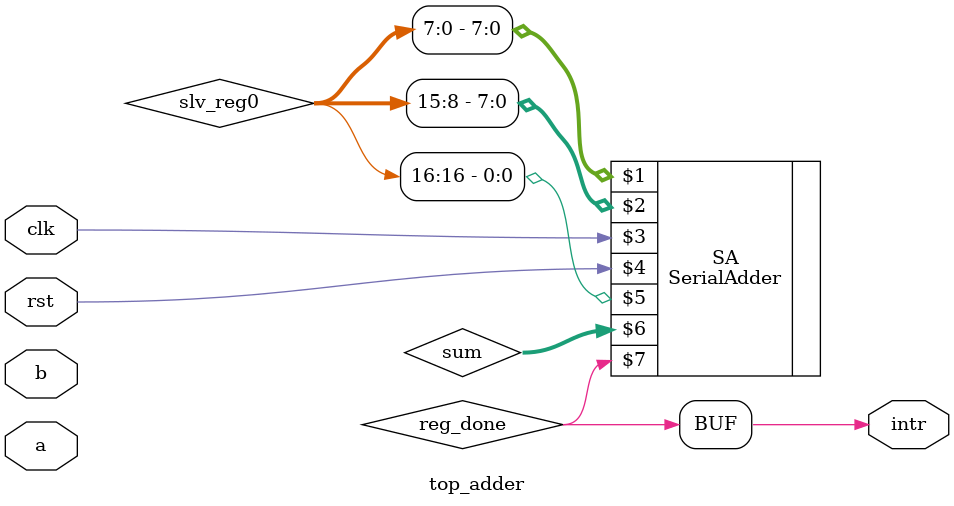
<source format=v>
`timescale 1ns / 1ps
module top_adder( a, b, clk, rst, intr
    );
output intr;
input [31:0] a;
input [31:0] b;
input clk, rst;

reg [31:0]slv_reg0;
reg [31:0]slv_reg1;
wire reg_done;
wire [8:0] sum;

SerialAdder SA(slv_reg0[7:0], slv_reg0[15:8], clk, rst, slv_reg0[16], sum, reg_done);
assign intr = reg_done;

always@(posedge clk) begin

slv_reg1[7:0] <= sum;
slv_reg1[31:8] <= slv_reg1[31:8];

end


endmodule

</source>
